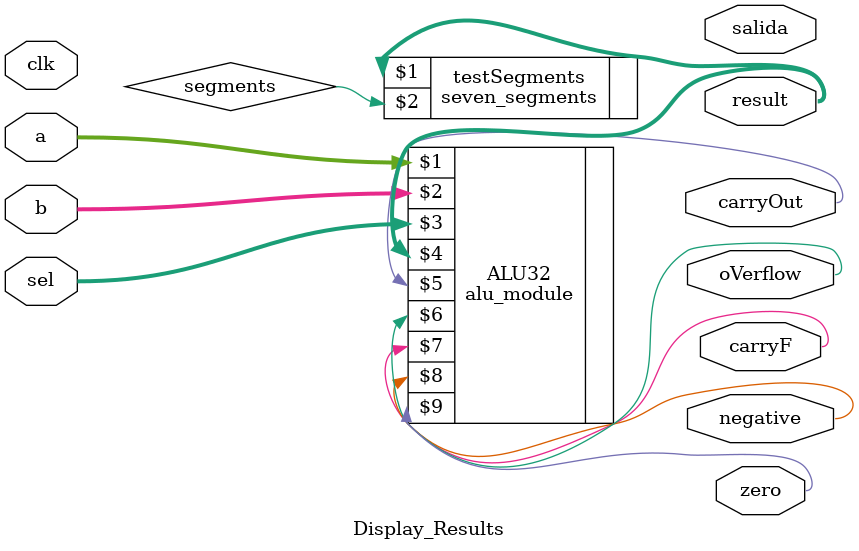
<source format=sv>
module Display_Results(input logic [3:0] a, b,
					input logic [3:0] sel,
					input logic clk,
					output logic [3:0] result,
					output logic carryOut, salida,
					output logic oVerflow, carryF, negative, zero);
					
		logic [3:0] sumResult;
		
		alu_module #(64) ALU32(a, b, sel, result, carryOut, oVerflow, carryF, negative, zero); 
		seven_segments testSegments(result, segments);
endmodule 
</source>
